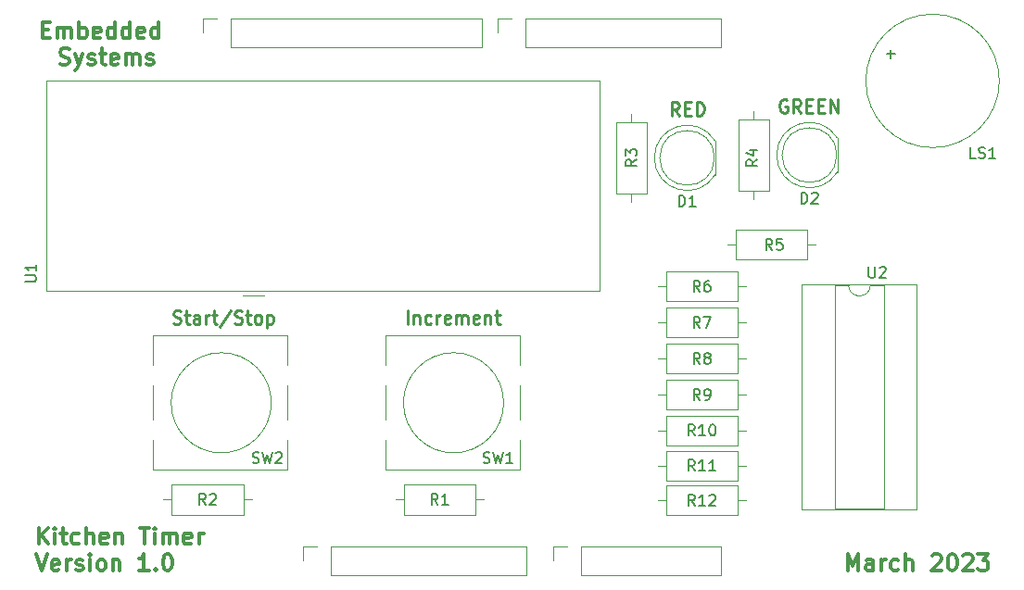
<source format=gbr>
%TF.GenerationSoftware,KiCad,Pcbnew,7.0.1*%
%TF.CreationDate,2023-03-28T15:09:56-06:00*%
%TF.ProjectId,Phase_A_UnoShield,50686173-655f-4415-9f55-6e6f53686965,1.0*%
%TF.SameCoordinates,Original*%
%TF.FileFunction,Legend,Top*%
%TF.FilePolarity,Positive*%
%FSLAX46Y46*%
G04 Gerber Fmt 4.6, Leading zero omitted, Abs format (unit mm)*
G04 Created by KiCad (PCBNEW 7.0.1) date 2023-03-28 15:09:56*
%MOMM*%
%LPD*%
G01*
G04 APERTURE LIST*
%ADD10C,0.240000*%
%ADD11C,0.300000*%
%ADD12C,0.150000*%
%ADD13C,0.120000*%
G04 APERTURE END LIST*
D10*
X114782571Y-75742000D02*
X114954000Y-75799142D01*
X114954000Y-75799142D02*
X115239714Y-75799142D01*
X115239714Y-75799142D02*
X115354000Y-75742000D01*
X115354000Y-75742000D02*
X115411142Y-75684857D01*
X115411142Y-75684857D02*
X115468285Y-75570571D01*
X115468285Y-75570571D02*
X115468285Y-75456285D01*
X115468285Y-75456285D02*
X115411142Y-75342000D01*
X115411142Y-75342000D02*
X115354000Y-75284857D01*
X115354000Y-75284857D02*
X115239714Y-75227714D01*
X115239714Y-75227714D02*
X115011142Y-75170571D01*
X115011142Y-75170571D02*
X114896857Y-75113428D01*
X114896857Y-75113428D02*
X114839714Y-75056285D01*
X114839714Y-75056285D02*
X114782571Y-74942000D01*
X114782571Y-74942000D02*
X114782571Y-74827714D01*
X114782571Y-74827714D02*
X114839714Y-74713428D01*
X114839714Y-74713428D02*
X114896857Y-74656285D01*
X114896857Y-74656285D02*
X115011142Y-74599142D01*
X115011142Y-74599142D02*
X115296857Y-74599142D01*
X115296857Y-74599142D02*
X115468285Y-74656285D01*
X115811142Y-74999142D02*
X116268285Y-74999142D01*
X115982571Y-74599142D02*
X115982571Y-75627714D01*
X115982571Y-75627714D02*
X116039714Y-75742000D01*
X116039714Y-75742000D02*
X116153999Y-75799142D01*
X116153999Y-75799142D02*
X116268285Y-75799142D01*
X117182571Y-75799142D02*
X117182571Y-75170571D01*
X117182571Y-75170571D02*
X117125428Y-75056285D01*
X117125428Y-75056285D02*
X117011142Y-74999142D01*
X117011142Y-74999142D02*
X116782571Y-74999142D01*
X116782571Y-74999142D02*
X116668285Y-75056285D01*
X117182571Y-75742000D02*
X117068285Y-75799142D01*
X117068285Y-75799142D02*
X116782571Y-75799142D01*
X116782571Y-75799142D02*
X116668285Y-75742000D01*
X116668285Y-75742000D02*
X116611142Y-75627714D01*
X116611142Y-75627714D02*
X116611142Y-75513428D01*
X116611142Y-75513428D02*
X116668285Y-75399142D01*
X116668285Y-75399142D02*
X116782571Y-75342000D01*
X116782571Y-75342000D02*
X117068285Y-75342000D01*
X117068285Y-75342000D02*
X117182571Y-75284857D01*
X117753999Y-75799142D02*
X117753999Y-74999142D01*
X117753999Y-75227714D02*
X117811142Y-75113428D01*
X117811142Y-75113428D02*
X117868285Y-75056285D01*
X117868285Y-75056285D02*
X117982570Y-74999142D01*
X117982570Y-74999142D02*
X118096856Y-74999142D01*
X118325427Y-74999142D02*
X118782570Y-74999142D01*
X118496856Y-74599142D02*
X118496856Y-75627714D01*
X118496856Y-75627714D02*
X118553999Y-75742000D01*
X118553999Y-75742000D02*
X118668284Y-75799142D01*
X118668284Y-75799142D02*
X118782570Y-75799142D01*
X120039713Y-74542000D02*
X119011141Y-76084857D01*
X120382570Y-75742000D02*
X120553999Y-75799142D01*
X120553999Y-75799142D02*
X120839713Y-75799142D01*
X120839713Y-75799142D02*
X120953999Y-75742000D01*
X120953999Y-75742000D02*
X121011141Y-75684857D01*
X121011141Y-75684857D02*
X121068284Y-75570571D01*
X121068284Y-75570571D02*
X121068284Y-75456285D01*
X121068284Y-75456285D02*
X121011141Y-75342000D01*
X121011141Y-75342000D02*
X120953999Y-75284857D01*
X120953999Y-75284857D02*
X120839713Y-75227714D01*
X120839713Y-75227714D02*
X120611141Y-75170571D01*
X120611141Y-75170571D02*
X120496856Y-75113428D01*
X120496856Y-75113428D02*
X120439713Y-75056285D01*
X120439713Y-75056285D02*
X120382570Y-74942000D01*
X120382570Y-74942000D02*
X120382570Y-74827714D01*
X120382570Y-74827714D02*
X120439713Y-74713428D01*
X120439713Y-74713428D02*
X120496856Y-74656285D01*
X120496856Y-74656285D02*
X120611141Y-74599142D01*
X120611141Y-74599142D02*
X120896856Y-74599142D01*
X120896856Y-74599142D02*
X121068284Y-74656285D01*
X121411141Y-74999142D02*
X121868284Y-74999142D01*
X121582570Y-74599142D02*
X121582570Y-75627714D01*
X121582570Y-75627714D02*
X121639713Y-75742000D01*
X121639713Y-75742000D02*
X121753998Y-75799142D01*
X121753998Y-75799142D02*
X121868284Y-75799142D01*
X122439712Y-75799142D02*
X122325427Y-75742000D01*
X122325427Y-75742000D02*
X122268284Y-75684857D01*
X122268284Y-75684857D02*
X122211141Y-75570571D01*
X122211141Y-75570571D02*
X122211141Y-75227714D01*
X122211141Y-75227714D02*
X122268284Y-75113428D01*
X122268284Y-75113428D02*
X122325427Y-75056285D01*
X122325427Y-75056285D02*
X122439712Y-74999142D01*
X122439712Y-74999142D02*
X122611141Y-74999142D01*
X122611141Y-74999142D02*
X122725427Y-75056285D01*
X122725427Y-75056285D02*
X122782570Y-75113428D01*
X122782570Y-75113428D02*
X122839712Y-75227714D01*
X122839712Y-75227714D02*
X122839712Y-75570571D01*
X122839712Y-75570571D02*
X122782570Y-75684857D01*
X122782570Y-75684857D02*
X122725427Y-75742000D01*
X122725427Y-75742000D02*
X122611141Y-75799142D01*
X122611141Y-75799142D02*
X122439712Y-75799142D01*
X123353998Y-74999142D02*
X123353998Y-76199142D01*
X123353998Y-75056285D02*
X123468284Y-74999142D01*
X123468284Y-74999142D02*
X123696855Y-74999142D01*
X123696855Y-74999142D02*
X123811141Y-75056285D01*
X123811141Y-75056285D02*
X123868284Y-75113428D01*
X123868284Y-75113428D02*
X123925426Y-75227714D01*
X123925426Y-75227714D02*
X123925426Y-75570571D01*
X123925426Y-75570571D02*
X123868284Y-75684857D01*
X123868284Y-75684857D02*
X123811141Y-75742000D01*
X123811141Y-75742000D02*
X123696855Y-75799142D01*
X123696855Y-75799142D02*
X123468284Y-75799142D01*
X123468284Y-75799142D02*
X123353998Y-75742000D01*
X136175714Y-75799142D02*
X136175714Y-74599142D01*
X136747143Y-74999142D02*
X136747143Y-75799142D01*
X136747143Y-75113428D02*
X136804286Y-75056285D01*
X136804286Y-75056285D02*
X136918571Y-74999142D01*
X136918571Y-74999142D02*
X137090000Y-74999142D01*
X137090000Y-74999142D02*
X137204286Y-75056285D01*
X137204286Y-75056285D02*
X137261429Y-75170571D01*
X137261429Y-75170571D02*
X137261429Y-75799142D01*
X138347143Y-75742000D02*
X138232857Y-75799142D01*
X138232857Y-75799142D02*
X138004285Y-75799142D01*
X138004285Y-75799142D02*
X137890000Y-75742000D01*
X137890000Y-75742000D02*
X137832857Y-75684857D01*
X137832857Y-75684857D02*
X137775714Y-75570571D01*
X137775714Y-75570571D02*
X137775714Y-75227714D01*
X137775714Y-75227714D02*
X137832857Y-75113428D01*
X137832857Y-75113428D02*
X137890000Y-75056285D01*
X137890000Y-75056285D02*
X138004285Y-74999142D01*
X138004285Y-74999142D02*
X138232857Y-74999142D01*
X138232857Y-74999142D02*
X138347143Y-75056285D01*
X138861428Y-75799142D02*
X138861428Y-74999142D01*
X138861428Y-75227714D02*
X138918571Y-75113428D01*
X138918571Y-75113428D02*
X138975714Y-75056285D01*
X138975714Y-75056285D02*
X139089999Y-74999142D01*
X139089999Y-74999142D02*
X139204285Y-74999142D01*
X140061428Y-75742000D02*
X139947142Y-75799142D01*
X139947142Y-75799142D02*
X139718571Y-75799142D01*
X139718571Y-75799142D02*
X139604285Y-75742000D01*
X139604285Y-75742000D02*
X139547142Y-75627714D01*
X139547142Y-75627714D02*
X139547142Y-75170571D01*
X139547142Y-75170571D02*
X139604285Y-75056285D01*
X139604285Y-75056285D02*
X139718571Y-74999142D01*
X139718571Y-74999142D02*
X139947142Y-74999142D01*
X139947142Y-74999142D02*
X140061428Y-75056285D01*
X140061428Y-75056285D02*
X140118571Y-75170571D01*
X140118571Y-75170571D02*
X140118571Y-75284857D01*
X140118571Y-75284857D02*
X139547142Y-75399142D01*
X140632856Y-75799142D02*
X140632856Y-74999142D01*
X140632856Y-75113428D02*
X140689999Y-75056285D01*
X140689999Y-75056285D02*
X140804284Y-74999142D01*
X140804284Y-74999142D02*
X140975713Y-74999142D01*
X140975713Y-74999142D02*
X141089999Y-75056285D01*
X141089999Y-75056285D02*
X141147142Y-75170571D01*
X141147142Y-75170571D02*
X141147142Y-75799142D01*
X141147142Y-75170571D02*
X141204284Y-75056285D01*
X141204284Y-75056285D02*
X141318570Y-74999142D01*
X141318570Y-74999142D02*
X141489999Y-74999142D01*
X141489999Y-74999142D02*
X141604284Y-75056285D01*
X141604284Y-75056285D02*
X141661427Y-75170571D01*
X141661427Y-75170571D02*
X141661427Y-75799142D01*
X142689999Y-75742000D02*
X142575713Y-75799142D01*
X142575713Y-75799142D02*
X142347142Y-75799142D01*
X142347142Y-75799142D02*
X142232856Y-75742000D01*
X142232856Y-75742000D02*
X142175713Y-75627714D01*
X142175713Y-75627714D02*
X142175713Y-75170571D01*
X142175713Y-75170571D02*
X142232856Y-75056285D01*
X142232856Y-75056285D02*
X142347142Y-74999142D01*
X142347142Y-74999142D02*
X142575713Y-74999142D01*
X142575713Y-74999142D02*
X142689999Y-75056285D01*
X142689999Y-75056285D02*
X142747142Y-75170571D01*
X142747142Y-75170571D02*
X142747142Y-75284857D01*
X142747142Y-75284857D02*
X142175713Y-75399142D01*
X143261427Y-74999142D02*
X143261427Y-75799142D01*
X143261427Y-75113428D02*
X143318570Y-75056285D01*
X143318570Y-75056285D02*
X143432855Y-74999142D01*
X143432855Y-74999142D02*
X143604284Y-74999142D01*
X143604284Y-74999142D02*
X143718570Y-75056285D01*
X143718570Y-75056285D02*
X143775713Y-75170571D01*
X143775713Y-75170571D02*
X143775713Y-75799142D01*
X144175712Y-74999142D02*
X144632855Y-74999142D01*
X144347141Y-74599142D02*
X144347141Y-75627714D01*
X144347141Y-75627714D02*
X144404284Y-75742000D01*
X144404284Y-75742000D02*
X144518569Y-75799142D01*
X144518569Y-75799142D02*
X144632855Y-75799142D01*
D11*
X102465142Y-95938428D02*
X102465142Y-94438428D01*
X103322285Y-95938428D02*
X102679428Y-95081285D01*
X103322285Y-94438428D02*
X102465142Y-95295571D01*
X103965142Y-95938428D02*
X103965142Y-94938428D01*
X103965142Y-94438428D02*
X103893714Y-94509857D01*
X103893714Y-94509857D02*
X103965142Y-94581285D01*
X103965142Y-94581285D02*
X104036571Y-94509857D01*
X104036571Y-94509857D02*
X103965142Y-94438428D01*
X103965142Y-94438428D02*
X103965142Y-94581285D01*
X104465143Y-94938428D02*
X105036571Y-94938428D01*
X104679428Y-94438428D02*
X104679428Y-95724142D01*
X104679428Y-95724142D02*
X104750857Y-95867000D01*
X104750857Y-95867000D02*
X104893714Y-95938428D01*
X104893714Y-95938428D02*
X105036571Y-95938428D01*
X106179429Y-95867000D02*
X106036571Y-95938428D01*
X106036571Y-95938428D02*
X105750857Y-95938428D01*
X105750857Y-95938428D02*
X105608000Y-95867000D01*
X105608000Y-95867000D02*
X105536571Y-95795571D01*
X105536571Y-95795571D02*
X105465143Y-95652714D01*
X105465143Y-95652714D02*
X105465143Y-95224142D01*
X105465143Y-95224142D02*
X105536571Y-95081285D01*
X105536571Y-95081285D02*
X105608000Y-95009857D01*
X105608000Y-95009857D02*
X105750857Y-94938428D01*
X105750857Y-94938428D02*
X106036571Y-94938428D01*
X106036571Y-94938428D02*
X106179429Y-95009857D01*
X106822285Y-95938428D02*
X106822285Y-94438428D01*
X107465143Y-95938428D02*
X107465143Y-95152714D01*
X107465143Y-95152714D02*
X107393714Y-95009857D01*
X107393714Y-95009857D02*
X107250857Y-94938428D01*
X107250857Y-94938428D02*
X107036571Y-94938428D01*
X107036571Y-94938428D02*
X106893714Y-95009857D01*
X106893714Y-95009857D02*
X106822285Y-95081285D01*
X108750857Y-95867000D02*
X108608000Y-95938428D01*
X108608000Y-95938428D02*
X108322286Y-95938428D01*
X108322286Y-95938428D02*
X108179428Y-95867000D01*
X108179428Y-95867000D02*
X108108000Y-95724142D01*
X108108000Y-95724142D02*
X108108000Y-95152714D01*
X108108000Y-95152714D02*
X108179428Y-95009857D01*
X108179428Y-95009857D02*
X108322286Y-94938428D01*
X108322286Y-94938428D02*
X108608000Y-94938428D01*
X108608000Y-94938428D02*
X108750857Y-95009857D01*
X108750857Y-95009857D02*
X108822286Y-95152714D01*
X108822286Y-95152714D02*
X108822286Y-95295571D01*
X108822286Y-95295571D02*
X108108000Y-95438428D01*
X109465142Y-94938428D02*
X109465142Y-95938428D01*
X109465142Y-95081285D02*
X109536571Y-95009857D01*
X109536571Y-95009857D02*
X109679428Y-94938428D01*
X109679428Y-94938428D02*
X109893714Y-94938428D01*
X109893714Y-94938428D02*
X110036571Y-95009857D01*
X110036571Y-95009857D02*
X110108000Y-95152714D01*
X110108000Y-95152714D02*
X110108000Y-95938428D01*
X111750857Y-94438428D02*
X112608000Y-94438428D01*
X112179428Y-95938428D02*
X112179428Y-94438428D01*
X113107999Y-95938428D02*
X113107999Y-94938428D01*
X113107999Y-94438428D02*
X113036571Y-94509857D01*
X113036571Y-94509857D02*
X113107999Y-94581285D01*
X113107999Y-94581285D02*
X113179428Y-94509857D01*
X113179428Y-94509857D02*
X113107999Y-94438428D01*
X113107999Y-94438428D02*
X113107999Y-94581285D01*
X113822285Y-95938428D02*
X113822285Y-94938428D01*
X113822285Y-95081285D02*
X113893714Y-95009857D01*
X113893714Y-95009857D02*
X114036571Y-94938428D01*
X114036571Y-94938428D02*
X114250857Y-94938428D01*
X114250857Y-94938428D02*
X114393714Y-95009857D01*
X114393714Y-95009857D02*
X114465143Y-95152714D01*
X114465143Y-95152714D02*
X114465143Y-95938428D01*
X114465143Y-95152714D02*
X114536571Y-95009857D01*
X114536571Y-95009857D02*
X114679428Y-94938428D01*
X114679428Y-94938428D02*
X114893714Y-94938428D01*
X114893714Y-94938428D02*
X115036571Y-95009857D01*
X115036571Y-95009857D02*
X115108000Y-95152714D01*
X115108000Y-95152714D02*
X115108000Y-95938428D01*
X116393714Y-95867000D02*
X116250857Y-95938428D01*
X116250857Y-95938428D02*
X115965143Y-95938428D01*
X115965143Y-95938428D02*
X115822285Y-95867000D01*
X115822285Y-95867000D02*
X115750857Y-95724142D01*
X115750857Y-95724142D02*
X115750857Y-95152714D01*
X115750857Y-95152714D02*
X115822285Y-95009857D01*
X115822285Y-95009857D02*
X115965143Y-94938428D01*
X115965143Y-94938428D02*
X116250857Y-94938428D01*
X116250857Y-94938428D02*
X116393714Y-95009857D01*
X116393714Y-95009857D02*
X116465143Y-95152714D01*
X116465143Y-95152714D02*
X116465143Y-95295571D01*
X116465143Y-95295571D02*
X115750857Y-95438428D01*
X117107999Y-95938428D02*
X117107999Y-94938428D01*
X117107999Y-95224142D02*
X117179428Y-95081285D01*
X117179428Y-95081285D02*
X117250857Y-95009857D01*
X117250857Y-95009857D02*
X117393714Y-94938428D01*
X117393714Y-94938428D02*
X117536571Y-94938428D01*
X102250857Y-96868428D02*
X102750857Y-98368428D01*
X102750857Y-98368428D02*
X103250857Y-96868428D01*
X104322285Y-98297000D02*
X104179428Y-98368428D01*
X104179428Y-98368428D02*
X103893714Y-98368428D01*
X103893714Y-98368428D02*
X103750856Y-98297000D01*
X103750856Y-98297000D02*
X103679428Y-98154142D01*
X103679428Y-98154142D02*
X103679428Y-97582714D01*
X103679428Y-97582714D02*
X103750856Y-97439857D01*
X103750856Y-97439857D02*
X103893714Y-97368428D01*
X103893714Y-97368428D02*
X104179428Y-97368428D01*
X104179428Y-97368428D02*
X104322285Y-97439857D01*
X104322285Y-97439857D02*
X104393714Y-97582714D01*
X104393714Y-97582714D02*
X104393714Y-97725571D01*
X104393714Y-97725571D02*
X103679428Y-97868428D01*
X105036570Y-98368428D02*
X105036570Y-97368428D01*
X105036570Y-97654142D02*
X105107999Y-97511285D01*
X105107999Y-97511285D02*
X105179428Y-97439857D01*
X105179428Y-97439857D02*
X105322285Y-97368428D01*
X105322285Y-97368428D02*
X105465142Y-97368428D01*
X105893713Y-98297000D02*
X106036570Y-98368428D01*
X106036570Y-98368428D02*
X106322284Y-98368428D01*
X106322284Y-98368428D02*
X106465141Y-98297000D01*
X106465141Y-98297000D02*
X106536570Y-98154142D01*
X106536570Y-98154142D02*
X106536570Y-98082714D01*
X106536570Y-98082714D02*
X106465141Y-97939857D01*
X106465141Y-97939857D02*
X106322284Y-97868428D01*
X106322284Y-97868428D02*
X106107999Y-97868428D01*
X106107999Y-97868428D02*
X105965141Y-97797000D01*
X105965141Y-97797000D02*
X105893713Y-97654142D01*
X105893713Y-97654142D02*
X105893713Y-97582714D01*
X105893713Y-97582714D02*
X105965141Y-97439857D01*
X105965141Y-97439857D02*
X106107999Y-97368428D01*
X106107999Y-97368428D02*
X106322284Y-97368428D01*
X106322284Y-97368428D02*
X106465141Y-97439857D01*
X107179427Y-98368428D02*
X107179427Y-97368428D01*
X107179427Y-96868428D02*
X107107999Y-96939857D01*
X107107999Y-96939857D02*
X107179427Y-97011285D01*
X107179427Y-97011285D02*
X107250856Y-96939857D01*
X107250856Y-96939857D02*
X107179427Y-96868428D01*
X107179427Y-96868428D02*
X107179427Y-97011285D01*
X108107999Y-98368428D02*
X107965142Y-98297000D01*
X107965142Y-98297000D02*
X107893713Y-98225571D01*
X107893713Y-98225571D02*
X107822285Y-98082714D01*
X107822285Y-98082714D02*
X107822285Y-97654142D01*
X107822285Y-97654142D02*
X107893713Y-97511285D01*
X107893713Y-97511285D02*
X107965142Y-97439857D01*
X107965142Y-97439857D02*
X108107999Y-97368428D01*
X108107999Y-97368428D02*
X108322285Y-97368428D01*
X108322285Y-97368428D02*
X108465142Y-97439857D01*
X108465142Y-97439857D02*
X108536571Y-97511285D01*
X108536571Y-97511285D02*
X108607999Y-97654142D01*
X108607999Y-97654142D02*
X108607999Y-98082714D01*
X108607999Y-98082714D02*
X108536571Y-98225571D01*
X108536571Y-98225571D02*
X108465142Y-98297000D01*
X108465142Y-98297000D02*
X108322285Y-98368428D01*
X108322285Y-98368428D02*
X108107999Y-98368428D01*
X109250856Y-97368428D02*
X109250856Y-98368428D01*
X109250856Y-97511285D02*
X109322285Y-97439857D01*
X109322285Y-97439857D02*
X109465142Y-97368428D01*
X109465142Y-97368428D02*
X109679428Y-97368428D01*
X109679428Y-97368428D02*
X109822285Y-97439857D01*
X109822285Y-97439857D02*
X109893714Y-97582714D01*
X109893714Y-97582714D02*
X109893714Y-98368428D01*
X112536571Y-98368428D02*
X111679428Y-98368428D01*
X112107999Y-98368428D02*
X112107999Y-96868428D01*
X112107999Y-96868428D02*
X111965142Y-97082714D01*
X111965142Y-97082714D02*
X111822285Y-97225571D01*
X111822285Y-97225571D02*
X111679428Y-97297000D01*
X113179427Y-98225571D02*
X113250856Y-98297000D01*
X113250856Y-98297000D02*
X113179427Y-98368428D01*
X113179427Y-98368428D02*
X113107999Y-98297000D01*
X113107999Y-98297000D02*
X113179427Y-98225571D01*
X113179427Y-98225571D02*
X113179427Y-98368428D01*
X114179428Y-96868428D02*
X114322285Y-96868428D01*
X114322285Y-96868428D02*
X114465142Y-96939857D01*
X114465142Y-96939857D02*
X114536571Y-97011285D01*
X114536571Y-97011285D02*
X114607999Y-97154142D01*
X114607999Y-97154142D02*
X114679428Y-97439857D01*
X114679428Y-97439857D02*
X114679428Y-97797000D01*
X114679428Y-97797000D02*
X114607999Y-98082714D01*
X114607999Y-98082714D02*
X114536571Y-98225571D01*
X114536571Y-98225571D02*
X114465142Y-98297000D01*
X114465142Y-98297000D02*
X114322285Y-98368428D01*
X114322285Y-98368428D02*
X114179428Y-98368428D01*
X114179428Y-98368428D02*
X114036571Y-98297000D01*
X114036571Y-98297000D02*
X113965142Y-98225571D01*
X113965142Y-98225571D02*
X113893713Y-98082714D01*
X113893713Y-98082714D02*
X113822285Y-97797000D01*
X113822285Y-97797000D02*
X113822285Y-97439857D01*
X113822285Y-97439857D02*
X113893713Y-97154142D01*
X113893713Y-97154142D02*
X113965142Y-97011285D01*
X113965142Y-97011285D02*
X114036571Y-96939857D01*
X114036571Y-96939857D02*
X114179428Y-96868428D01*
X176379142Y-98368428D02*
X176379142Y-96868428D01*
X176379142Y-96868428D02*
X176879142Y-97939857D01*
X176879142Y-97939857D02*
X177379142Y-96868428D01*
X177379142Y-96868428D02*
X177379142Y-98368428D01*
X178736286Y-98368428D02*
X178736286Y-97582714D01*
X178736286Y-97582714D02*
X178664857Y-97439857D01*
X178664857Y-97439857D02*
X178522000Y-97368428D01*
X178522000Y-97368428D02*
X178236286Y-97368428D01*
X178236286Y-97368428D02*
X178093428Y-97439857D01*
X178736286Y-98297000D02*
X178593428Y-98368428D01*
X178593428Y-98368428D02*
X178236286Y-98368428D01*
X178236286Y-98368428D02*
X178093428Y-98297000D01*
X178093428Y-98297000D02*
X178022000Y-98154142D01*
X178022000Y-98154142D02*
X178022000Y-98011285D01*
X178022000Y-98011285D02*
X178093428Y-97868428D01*
X178093428Y-97868428D02*
X178236286Y-97797000D01*
X178236286Y-97797000D02*
X178593428Y-97797000D01*
X178593428Y-97797000D02*
X178736286Y-97725571D01*
X179450571Y-98368428D02*
X179450571Y-97368428D01*
X179450571Y-97654142D02*
X179522000Y-97511285D01*
X179522000Y-97511285D02*
X179593429Y-97439857D01*
X179593429Y-97439857D02*
X179736286Y-97368428D01*
X179736286Y-97368428D02*
X179879143Y-97368428D01*
X181022000Y-98297000D02*
X180879142Y-98368428D01*
X180879142Y-98368428D02*
X180593428Y-98368428D01*
X180593428Y-98368428D02*
X180450571Y-98297000D01*
X180450571Y-98297000D02*
X180379142Y-98225571D01*
X180379142Y-98225571D02*
X180307714Y-98082714D01*
X180307714Y-98082714D02*
X180307714Y-97654142D01*
X180307714Y-97654142D02*
X180379142Y-97511285D01*
X180379142Y-97511285D02*
X180450571Y-97439857D01*
X180450571Y-97439857D02*
X180593428Y-97368428D01*
X180593428Y-97368428D02*
X180879142Y-97368428D01*
X180879142Y-97368428D02*
X181022000Y-97439857D01*
X181664856Y-98368428D02*
X181664856Y-96868428D01*
X182307714Y-98368428D02*
X182307714Y-97582714D01*
X182307714Y-97582714D02*
X182236285Y-97439857D01*
X182236285Y-97439857D02*
X182093428Y-97368428D01*
X182093428Y-97368428D02*
X181879142Y-97368428D01*
X181879142Y-97368428D02*
X181736285Y-97439857D01*
X181736285Y-97439857D02*
X181664856Y-97511285D01*
X184093428Y-97011285D02*
X184164856Y-96939857D01*
X184164856Y-96939857D02*
X184307714Y-96868428D01*
X184307714Y-96868428D02*
X184664856Y-96868428D01*
X184664856Y-96868428D02*
X184807714Y-96939857D01*
X184807714Y-96939857D02*
X184879142Y-97011285D01*
X184879142Y-97011285D02*
X184950571Y-97154142D01*
X184950571Y-97154142D02*
X184950571Y-97297000D01*
X184950571Y-97297000D02*
X184879142Y-97511285D01*
X184879142Y-97511285D02*
X184021999Y-98368428D01*
X184021999Y-98368428D02*
X184950571Y-98368428D01*
X185879142Y-96868428D02*
X186021999Y-96868428D01*
X186021999Y-96868428D02*
X186164856Y-96939857D01*
X186164856Y-96939857D02*
X186236285Y-97011285D01*
X186236285Y-97011285D02*
X186307713Y-97154142D01*
X186307713Y-97154142D02*
X186379142Y-97439857D01*
X186379142Y-97439857D02*
X186379142Y-97797000D01*
X186379142Y-97797000D02*
X186307713Y-98082714D01*
X186307713Y-98082714D02*
X186236285Y-98225571D01*
X186236285Y-98225571D02*
X186164856Y-98297000D01*
X186164856Y-98297000D02*
X186021999Y-98368428D01*
X186021999Y-98368428D02*
X185879142Y-98368428D01*
X185879142Y-98368428D02*
X185736285Y-98297000D01*
X185736285Y-98297000D02*
X185664856Y-98225571D01*
X185664856Y-98225571D02*
X185593427Y-98082714D01*
X185593427Y-98082714D02*
X185521999Y-97797000D01*
X185521999Y-97797000D02*
X185521999Y-97439857D01*
X185521999Y-97439857D02*
X185593427Y-97154142D01*
X185593427Y-97154142D02*
X185664856Y-97011285D01*
X185664856Y-97011285D02*
X185736285Y-96939857D01*
X185736285Y-96939857D02*
X185879142Y-96868428D01*
X186950570Y-97011285D02*
X187021998Y-96939857D01*
X187021998Y-96939857D02*
X187164856Y-96868428D01*
X187164856Y-96868428D02*
X187521998Y-96868428D01*
X187521998Y-96868428D02*
X187664856Y-96939857D01*
X187664856Y-96939857D02*
X187736284Y-97011285D01*
X187736284Y-97011285D02*
X187807713Y-97154142D01*
X187807713Y-97154142D02*
X187807713Y-97297000D01*
X187807713Y-97297000D02*
X187736284Y-97511285D01*
X187736284Y-97511285D02*
X186879141Y-98368428D01*
X186879141Y-98368428D02*
X187807713Y-98368428D01*
X188307712Y-96868428D02*
X189236284Y-96868428D01*
X189236284Y-96868428D02*
X188736284Y-97439857D01*
X188736284Y-97439857D02*
X188950569Y-97439857D01*
X188950569Y-97439857D02*
X189093427Y-97511285D01*
X189093427Y-97511285D02*
X189164855Y-97582714D01*
X189164855Y-97582714D02*
X189236284Y-97725571D01*
X189236284Y-97725571D02*
X189236284Y-98082714D01*
X189236284Y-98082714D02*
X189164855Y-98225571D01*
X189164855Y-98225571D02*
X189093427Y-98297000D01*
X189093427Y-98297000D02*
X188950569Y-98368428D01*
X188950569Y-98368428D02*
X188521998Y-98368428D01*
X188521998Y-98368428D02*
X188379141Y-98297000D01*
X188379141Y-98297000D02*
X188307712Y-98225571D01*
X102819142Y-48924714D02*
X103319142Y-48924714D01*
X103533428Y-49710428D02*
X102819142Y-49710428D01*
X102819142Y-49710428D02*
X102819142Y-48210428D01*
X102819142Y-48210428D02*
X103533428Y-48210428D01*
X104176285Y-49710428D02*
X104176285Y-48710428D01*
X104176285Y-48853285D02*
X104247714Y-48781857D01*
X104247714Y-48781857D02*
X104390571Y-48710428D01*
X104390571Y-48710428D02*
X104604857Y-48710428D01*
X104604857Y-48710428D02*
X104747714Y-48781857D01*
X104747714Y-48781857D02*
X104819143Y-48924714D01*
X104819143Y-48924714D02*
X104819143Y-49710428D01*
X104819143Y-48924714D02*
X104890571Y-48781857D01*
X104890571Y-48781857D02*
X105033428Y-48710428D01*
X105033428Y-48710428D02*
X105247714Y-48710428D01*
X105247714Y-48710428D02*
X105390571Y-48781857D01*
X105390571Y-48781857D02*
X105462000Y-48924714D01*
X105462000Y-48924714D02*
X105462000Y-49710428D01*
X106176285Y-49710428D02*
X106176285Y-48210428D01*
X106176285Y-48781857D02*
X106319143Y-48710428D01*
X106319143Y-48710428D02*
X106604857Y-48710428D01*
X106604857Y-48710428D02*
X106747714Y-48781857D01*
X106747714Y-48781857D02*
X106819143Y-48853285D01*
X106819143Y-48853285D02*
X106890571Y-48996142D01*
X106890571Y-48996142D02*
X106890571Y-49424714D01*
X106890571Y-49424714D02*
X106819143Y-49567571D01*
X106819143Y-49567571D02*
X106747714Y-49639000D01*
X106747714Y-49639000D02*
X106604857Y-49710428D01*
X106604857Y-49710428D02*
X106319143Y-49710428D01*
X106319143Y-49710428D02*
X106176285Y-49639000D01*
X108104857Y-49639000D02*
X107962000Y-49710428D01*
X107962000Y-49710428D02*
X107676286Y-49710428D01*
X107676286Y-49710428D02*
X107533428Y-49639000D01*
X107533428Y-49639000D02*
X107462000Y-49496142D01*
X107462000Y-49496142D02*
X107462000Y-48924714D01*
X107462000Y-48924714D02*
X107533428Y-48781857D01*
X107533428Y-48781857D02*
X107676286Y-48710428D01*
X107676286Y-48710428D02*
X107962000Y-48710428D01*
X107962000Y-48710428D02*
X108104857Y-48781857D01*
X108104857Y-48781857D02*
X108176286Y-48924714D01*
X108176286Y-48924714D02*
X108176286Y-49067571D01*
X108176286Y-49067571D02*
X107462000Y-49210428D01*
X109462000Y-49710428D02*
X109462000Y-48210428D01*
X109462000Y-49639000D02*
X109319142Y-49710428D01*
X109319142Y-49710428D02*
X109033428Y-49710428D01*
X109033428Y-49710428D02*
X108890571Y-49639000D01*
X108890571Y-49639000D02*
X108819142Y-49567571D01*
X108819142Y-49567571D02*
X108747714Y-49424714D01*
X108747714Y-49424714D02*
X108747714Y-48996142D01*
X108747714Y-48996142D02*
X108819142Y-48853285D01*
X108819142Y-48853285D02*
X108890571Y-48781857D01*
X108890571Y-48781857D02*
X109033428Y-48710428D01*
X109033428Y-48710428D02*
X109319142Y-48710428D01*
X109319142Y-48710428D02*
X109462000Y-48781857D01*
X110819143Y-49710428D02*
X110819143Y-48210428D01*
X110819143Y-49639000D02*
X110676285Y-49710428D01*
X110676285Y-49710428D02*
X110390571Y-49710428D01*
X110390571Y-49710428D02*
X110247714Y-49639000D01*
X110247714Y-49639000D02*
X110176285Y-49567571D01*
X110176285Y-49567571D02*
X110104857Y-49424714D01*
X110104857Y-49424714D02*
X110104857Y-48996142D01*
X110104857Y-48996142D02*
X110176285Y-48853285D01*
X110176285Y-48853285D02*
X110247714Y-48781857D01*
X110247714Y-48781857D02*
X110390571Y-48710428D01*
X110390571Y-48710428D02*
X110676285Y-48710428D01*
X110676285Y-48710428D02*
X110819143Y-48781857D01*
X112104857Y-49639000D02*
X111962000Y-49710428D01*
X111962000Y-49710428D02*
X111676286Y-49710428D01*
X111676286Y-49710428D02*
X111533428Y-49639000D01*
X111533428Y-49639000D02*
X111462000Y-49496142D01*
X111462000Y-49496142D02*
X111462000Y-48924714D01*
X111462000Y-48924714D02*
X111533428Y-48781857D01*
X111533428Y-48781857D02*
X111676286Y-48710428D01*
X111676286Y-48710428D02*
X111962000Y-48710428D01*
X111962000Y-48710428D02*
X112104857Y-48781857D01*
X112104857Y-48781857D02*
X112176286Y-48924714D01*
X112176286Y-48924714D02*
X112176286Y-49067571D01*
X112176286Y-49067571D02*
X111462000Y-49210428D01*
X113462000Y-49710428D02*
X113462000Y-48210428D01*
X113462000Y-49639000D02*
X113319142Y-49710428D01*
X113319142Y-49710428D02*
X113033428Y-49710428D01*
X113033428Y-49710428D02*
X112890571Y-49639000D01*
X112890571Y-49639000D02*
X112819142Y-49567571D01*
X112819142Y-49567571D02*
X112747714Y-49424714D01*
X112747714Y-49424714D02*
X112747714Y-48996142D01*
X112747714Y-48996142D02*
X112819142Y-48853285D01*
X112819142Y-48853285D02*
X112890571Y-48781857D01*
X112890571Y-48781857D02*
X113033428Y-48710428D01*
X113033428Y-48710428D02*
X113319142Y-48710428D01*
X113319142Y-48710428D02*
X113462000Y-48781857D01*
X104426286Y-52069000D02*
X104640572Y-52140428D01*
X104640572Y-52140428D02*
X104997714Y-52140428D01*
X104997714Y-52140428D02*
X105140572Y-52069000D01*
X105140572Y-52069000D02*
X105212000Y-51997571D01*
X105212000Y-51997571D02*
X105283429Y-51854714D01*
X105283429Y-51854714D02*
X105283429Y-51711857D01*
X105283429Y-51711857D02*
X105212000Y-51569000D01*
X105212000Y-51569000D02*
X105140572Y-51497571D01*
X105140572Y-51497571D02*
X104997714Y-51426142D01*
X104997714Y-51426142D02*
X104712000Y-51354714D01*
X104712000Y-51354714D02*
X104569143Y-51283285D01*
X104569143Y-51283285D02*
X104497714Y-51211857D01*
X104497714Y-51211857D02*
X104426286Y-51069000D01*
X104426286Y-51069000D02*
X104426286Y-50926142D01*
X104426286Y-50926142D02*
X104497714Y-50783285D01*
X104497714Y-50783285D02*
X104569143Y-50711857D01*
X104569143Y-50711857D02*
X104712000Y-50640428D01*
X104712000Y-50640428D02*
X105069143Y-50640428D01*
X105069143Y-50640428D02*
X105283429Y-50711857D01*
X105783428Y-51140428D02*
X106140571Y-52140428D01*
X106497714Y-51140428D02*
X106140571Y-52140428D01*
X106140571Y-52140428D02*
X105997714Y-52497571D01*
X105997714Y-52497571D02*
X105926285Y-52569000D01*
X105926285Y-52569000D02*
X105783428Y-52640428D01*
X106997714Y-52069000D02*
X107140571Y-52140428D01*
X107140571Y-52140428D02*
X107426285Y-52140428D01*
X107426285Y-52140428D02*
X107569142Y-52069000D01*
X107569142Y-52069000D02*
X107640571Y-51926142D01*
X107640571Y-51926142D02*
X107640571Y-51854714D01*
X107640571Y-51854714D02*
X107569142Y-51711857D01*
X107569142Y-51711857D02*
X107426285Y-51640428D01*
X107426285Y-51640428D02*
X107212000Y-51640428D01*
X107212000Y-51640428D02*
X107069142Y-51569000D01*
X107069142Y-51569000D02*
X106997714Y-51426142D01*
X106997714Y-51426142D02*
X106997714Y-51354714D01*
X106997714Y-51354714D02*
X107069142Y-51211857D01*
X107069142Y-51211857D02*
X107212000Y-51140428D01*
X107212000Y-51140428D02*
X107426285Y-51140428D01*
X107426285Y-51140428D02*
X107569142Y-51211857D01*
X108069143Y-51140428D02*
X108640571Y-51140428D01*
X108283428Y-50640428D02*
X108283428Y-51926142D01*
X108283428Y-51926142D02*
X108354857Y-52069000D01*
X108354857Y-52069000D02*
X108497714Y-52140428D01*
X108497714Y-52140428D02*
X108640571Y-52140428D01*
X109712000Y-52069000D02*
X109569143Y-52140428D01*
X109569143Y-52140428D02*
X109283429Y-52140428D01*
X109283429Y-52140428D02*
X109140571Y-52069000D01*
X109140571Y-52069000D02*
X109069143Y-51926142D01*
X109069143Y-51926142D02*
X109069143Y-51354714D01*
X109069143Y-51354714D02*
X109140571Y-51211857D01*
X109140571Y-51211857D02*
X109283429Y-51140428D01*
X109283429Y-51140428D02*
X109569143Y-51140428D01*
X109569143Y-51140428D02*
X109712000Y-51211857D01*
X109712000Y-51211857D02*
X109783429Y-51354714D01*
X109783429Y-51354714D02*
X109783429Y-51497571D01*
X109783429Y-51497571D02*
X109069143Y-51640428D01*
X110426285Y-52140428D02*
X110426285Y-51140428D01*
X110426285Y-51283285D02*
X110497714Y-51211857D01*
X110497714Y-51211857D02*
X110640571Y-51140428D01*
X110640571Y-51140428D02*
X110854857Y-51140428D01*
X110854857Y-51140428D02*
X110997714Y-51211857D01*
X110997714Y-51211857D02*
X111069143Y-51354714D01*
X111069143Y-51354714D02*
X111069143Y-52140428D01*
X111069143Y-51354714D02*
X111140571Y-51211857D01*
X111140571Y-51211857D02*
X111283428Y-51140428D01*
X111283428Y-51140428D02*
X111497714Y-51140428D01*
X111497714Y-51140428D02*
X111640571Y-51211857D01*
X111640571Y-51211857D02*
X111712000Y-51354714D01*
X111712000Y-51354714D02*
X111712000Y-52140428D01*
X112354857Y-52069000D02*
X112497714Y-52140428D01*
X112497714Y-52140428D02*
X112783428Y-52140428D01*
X112783428Y-52140428D02*
X112926285Y-52069000D01*
X112926285Y-52069000D02*
X112997714Y-51926142D01*
X112997714Y-51926142D02*
X112997714Y-51854714D01*
X112997714Y-51854714D02*
X112926285Y-51711857D01*
X112926285Y-51711857D02*
X112783428Y-51640428D01*
X112783428Y-51640428D02*
X112569143Y-51640428D01*
X112569143Y-51640428D02*
X112426285Y-51569000D01*
X112426285Y-51569000D02*
X112354857Y-51426142D01*
X112354857Y-51426142D02*
X112354857Y-51354714D01*
X112354857Y-51354714D02*
X112426285Y-51211857D01*
X112426285Y-51211857D02*
X112569143Y-51140428D01*
X112569143Y-51140428D02*
X112783428Y-51140428D01*
X112783428Y-51140428D02*
X112926285Y-51211857D01*
D10*
X160991428Y-56749142D02*
X160591428Y-56177714D01*
X160305714Y-56749142D02*
X160305714Y-55549142D01*
X160305714Y-55549142D02*
X160762857Y-55549142D01*
X160762857Y-55549142D02*
X160877142Y-55606285D01*
X160877142Y-55606285D02*
X160934285Y-55663428D01*
X160934285Y-55663428D02*
X160991428Y-55777714D01*
X160991428Y-55777714D02*
X160991428Y-55949142D01*
X160991428Y-55949142D02*
X160934285Y-56063428D01*
X160934285Y-56063428D02*
X160877142Y-56120571D01*
X160877142Y-56120571D02*
X160762857Y-56177714D01*
X160762857Y-56177714D02*
X160305714Y-56177714D01*
X161505714Y-56120571D02*
X161905714Y-56120571D01*
X162077142Y-56749142D02*
X161505714Y-56749142D01*
X161505714Y-56749142D02*
X161505714Y-55549142D01*
X161505714Y-55549142D02*
X162077142Y-55549142D01*
X162591428Y-56749142D02*
X162591428Y-55549142D01*
X162591428Y-55549142D02*
X162877142Y-55549142D01*
X162877142Y-55549142D02*
X163048571Y-55606285D01*
X163048571Y-55606285D02*
X163162856Y-55720571D01*
X163162856Y-55720571D02*
X163219999Y-55834857D01*
X163219999Y-55834857D02*
X163277142Y-56063428D01*
X163277142Y-56063428D02*
X163277142Y-56234857D01*
X163277142Y-56234857D02*
X163219999Y-56463428D01*
X163219999Y-56463428D02*
X163162856Y-56577714D01*
X163162856Y-56577714D02*
X163048571Y-56692000D01*
X163048571Y-56692000D02*
X162877142Y-56749142D01*
X162877142Y-56749142D02*
X162591428Y-56749142D01*
X170840285Y-55352285D02*
X170726000Y-55295142D01*
X170726000Y-55295142D02*
X170554571Y-55295142D01*
X170554571Y-55295142D02*
X170383142Y-55352285D01*
X170383142Y-55352285D02*
X170268857Y-55466571D01*
X170268857Y-55466571D02*
X170211714Y-55580857D01*
X170211714Y-55580857D02*
X170154571Y-55809428D01*
X170154571Y-55809428D02*
X170154571Y-55980857D01*
X170154571Y-55980857D02*
X170211714Y-56209428D01*
X170211714Y-56209428D02*
X170268857Y-56323714D01*
X170268857Y-56323714D02*
X170383142Y-56438000D01*
X170383142Y-56438000D02*
X170554571Y-56495142D01*
X170554571Y-56495142D02*
X170668857Y-56495142D01*
X170668857Y-56495142D02*
X170840285Y-56438000D01*
X170840285Y-56438000D02*
X170897428Y-56380857D01*
X170897428Y-56380857D02*
X170897428Y-55980857D01*
X170897428Y-55980857D02*
X170668857Y-55980857D01*
X172097428Y-56495142D02*
X171697428Y-55923714D01*
X171411714Y-56495142D02*
X171411714Y-55295142D01*
X171411714Y-55295142D02*
X171868857Y-55295142D01*
X171868857Y-55295142D02*
X171983142Y-55352285D01*
X171983142Y-55352285D02*
X172040285Y-55409428D01*
X172040285Y-55409428D02*
X172097428Y-55523714D01*
X172097428Y-55523714D02*
X172097428Y-55695142D01*
X172097428Y-55695142D02*
X172040285Y-55809428D01*
X172040285Y-55809428D02*
X171983142Y-55866571D01*
X171983142Y-55866571D02*
X171868857Y-55923714D01*
X171868857Y-55923714D02*
X171411714Y-55923714D01*
X172611714Y-55866571D02*
X173011714Y-55866571D01*
X173183142Y-56495142D02*
X172611714Y-56495142D01*
X172611714Y-56495142D02*
X172611714Y-55295142D01*
X172611714Y-55295142D02*
X173183142Y-55295142D01*
X173697428Y-55866571D02*
X174097428Y-55866571D01*
X174268856Y-56495142D02*
X173697428Y-56495142D01*
X173697428Y-56495142D02*
X173697428Y-55295142D01*
X173697428Y-55295142D02*
X174268856Y-55295142D01*
X174783142Y-56495142D02*
X174783142Y-55295142D01*
X174783142Y-55295142D02*
X175468856Y-56495142D01*
X175468856Y-56495142D02*
X175468856Y-55295142D01*
D12*
%TO.C,LS1*%
X188079142Y-60660619D02*
X187602952Y-60660619D01*
X187602952Y-60660619D02*
X187602952Y-59660619D01*
X188364857Y-60613000D02*
X188507714Y-60660619D01*
X188507714Y-60660619D02*
X188745809Y-60660619D01*
X188745809Y-60660619D02*
X188841047Y-60613000D01*
X188841047Y-60613000D02*
X188888666Y-60565380D01*
X188888666Y-60565380D02*
X188936285Y-60470142D01*
X188936285Y-60470142D02*
X188936285Y-60374904D01*
X188936285Y-60374904D02*
X188888666Y-60279666D01*
X188888666Y-60279666D02*
X188841047Y-60232047D01*
X188841047Y-60232047D02*
X188745809Y-60184428D01*
X188745809Y-60184428D02*
X188555333Y-60136809D01*
X188555333Y-60136809D02*
X188460095Y-60089190D01*
X188460095Y-60089190D02*
X188412476Y-60041571D01*
X188412476Y-60041571D02*
X188364857Y-59946333D01*
X188364857Y-59946333D02*
X188364857Y-59851095D01*
X188364857Y-59851095D02*
X188412476Y-59755857D01*
X188412476Y-59755857D02*
X188460095Y-59708238D01*
X188460095Y-59708238D02*
X188555333Y-59660619D01*
X188555333Y-59660619D02*
X188793428Y-59660619D01*
X188793428Y-59660619D02*
X188936285Y-59708238D01*
X189888666Y-60660619D02*
X189317238Y-60660619D01*
X189602952Y-60660619D02*
X189602952Y-59660619D01*
X189602952Y-59660619D02*
X189507714Y-59803476D01*
X189507714Y-59803476D02*
X189412476Y-59898714D01*
X189412476Y-59898714D02*
X189317238Y-59946333D01*
X179959048Y-51135666D02*
X180720953Y-51135666D01*
X180340000Y-51516619D02*
X180340000Y-50754714D01*
%TO.C,R3*%
X157099619Y-60796666D02*
X156623428Y-61129999D01*
X157099619Y-61368094D02*
X156099619Y-61368094D01*
X156099619Y-61368094D02*
X156099619Y-60987142D01*
X156099619Y-60987142D02*
X156147238Y-60891904D01*
X156147238Y-60891904D02*
X156194857Y-60844285D01*
X156194857Y-60844285D02*
X156290095Y-60796666D01*
X156290095Y-60796666D02*
X156432952Y-60796666D01*
X156432952Y-60796666D02*
X156528190Y-60844285D01*
X156528190Y-60844285D02*
X156575809Y-60891904D01*
X156575809Y-60891904D02*
X156623428Y-60987142D01*
X156623428Y-60987142D02*
X156623428Y-61368094D01*
X156099619Y-60463332D02*
X156099619Y-59844285D01*
X156099619Y-59844285D02*
X156480571Y-60177618D01*
X156480571Y-60177618D02*
X156480571Y-60034761D01*
X156480571Y-60034761D02*
X156528190Y-59939523D01*
X156528190Y-59939523D02*
X156575809Y-59891904D01*
X156575809Y-59891904D02*
X156671047Y-59844285D01*
X156671047Y-59844285D02*
X156909142Y-59844285D01*
X156909142Y-59844285D02*
X157004380Y-59891904D01*
X157004380Y-59891904D02*
X157052000Y-59939523D01*
X157052000Y-59939523D02*
X157099619Y-60034761D01*
X157099619Y-60034761D02*
X157099619Y-60320475D01*
X157099619Y-60320475D02*
X157052000Y-60415713D01*
X157052000Y-60415713D02*
X157004380Y-60463332D01*
%TO.C,R4*%
X168133619Y-60796666D02*
X167657428Y-61129999D01*
X168133619Y-61368094D02*
X167133619Y-61368094D01*
X167133619Y-61368094D02*
X167133619Y-60987142D01*
X167133619Y-60987142D02*
X167181238Y-60891904D01*
X167181238Y-60891904D02*
X167228857Y-60844285D01*
X167228857Y-60844285D02*
X167324095Y-60796666D01*
X167324095Y-60796666D02*
X167466952Y-60796666D01*
X167466952Y-60796666D02*
X167562190Y-60844285D01*
X167562190Y-60844285D02*
X167609809Y-60891904D01*
X167609809Y-60891904D02*
X167657428Y-60987142D01*
X167657428Y-60987142D02*
X167657428Y-61368094D01*
X167466952Y-59939523D02*
X168133619Y-59939523D01*
X167086000Y-60177618D02*
X167800285Y-60415713D01*
X167800285Y-60415713D02*
X167800285Y-59796666D01*
%TO.C,R2*%
X117740333Y-92334619D02*
X117407000Y-91858428D01*
X117168905Y-92334619D02*
X117168905Y-91334619D01*
X117168905Y-91334619D02*
X117549857Y-91334619D01*
X117549857Y-91334619D02*
X117645095Y-91382238D01*
X117645095Y-91382238D02*
X117692714Y-91429857D01*
X117692714Y-91429857D02*
X117740333Y-91525095D01*
X117740333Y-91525095D02*
X117740333Y-91667952D01*
X117740333Y-91667952D02*
X117692714Y-91763190D01*
X117692714Y-91763190D02*
X117645095Y-91810809D01*
X117645095Y-91810809D02*
X117549857Y-91858428D01*
X117549857Y-91858428D02*
X117168905Y-91858428D01*
X118121286Y-91429857D02*
X118168905Y-91382238D01*
X118168905Y-91382238D02*
X118264143Y-91334619D01*
X118264143Y-91334619D02*
X118502238Y-91334619D01*
X118502238Y-91334619D02*
X118597476Y-91382238D01*
X118597476Y-91382238D02*
X118645095Y-91429857D01*
X118645095Y-91429857D02*
X118692714Y-91525095D01*
X118692714Y-91525095D02*
X118692714Y-91620333D01*
X118692714Y-91620333D02*
X118645095Y-91763190D01*
X118645095Y-91763190D02*
X118073667Y-92334619D01*
X118073667Y-92334619D02*
X118692714Y-92334619D01*
%TO.C,SW1*%
X143116667Y-88477000D02*
X143259524Y-88524619D01*
X143259524Y-88524619D02*
X143497619Y-88524619D01*
X143497619Y-88524619D02*
X143592857Y-88477000D01*
X143592857Y-88477000D02*
X143640476Y-88429380D01*
X143640476Y-88429380D02*
X143688095Y-88334142D01*
X143688095Y-88334142D02*
X143688095Y-88238904D01*
X143688095Y-88238904D02*
X143640476Y-88143666D01*
X143640476Y-88143666D02*
X143592857Y-88096047D01*
X143592857Y-88096047D02*
X143497619Y-88048428D01*
X143497619Y-88048428D02*
X143307143Y-88000809D01*
X143307143Y-88000809D02*
X143211905Y-87953190D01*
X143211905Y-87953190D02*
X143164286Y-87905571D01*
X143164286Y-87905571D02*
X143116667Y-87810333D01*
X143116667Y-87810333D02*
X143116667Y-87715095D01*
X143116667Y-87715095D02*
X143164286Y-87619857D01*
X143164286Y-87619857D02*
X143211905Y-87572238D01*
X143211905Y-87572238D02*
X143307143Y-87524619D01*
X143307143Y-87524619D02*
X143545238Y-87524619D01*
X143545238Y-87524619D02*
X143688095Y-87572238D01*
X144021429Y-87524619D02*
X144259524Y-88524619D01*
X144259524Y-88524619D02*
X144450000Y-87810333D01*
X144450000Y-87810333D02*
X144640476Y-88524619D01*
X144640476Y-88524619D02*
X144878572Y-87524619D01*
X145783333Y-88524619D02*
X145211905Y-88524619D01*
X145497619Y-88524619D02*
X145497619Y-87524619D01*
X145497619Y-87524619D02*
X145402381Y-87667476D01*
X145402381Y-87667476D02*
X145307143Y-87762714D01*
X145307143Y-87762714D02*
X145211905Y-87810333D01*
%TO.C,D2*%
X172159905Y-64798619D02*
X172159905Y-63798619D01*
X172159905Y-63798619D02*
X172398000Y-63798619D01*
X172398000Y-63798619D02*
X172540857Y-63846238D01*
X172540857Y-63846238D02*
X172636095Y-63941476D01*
X172636095Y-63941476D02*
X172683714Y-64036714D01*
X172683714Y-64036714D02*
X172731333Y-64227190D01*
X172731333Y-64227190D02*
X172731333Y-64370047D01*
X172731333Y-64370047D02*
X172683714Y-64560523D01*
X172683714Y-64560523D02*
X172636095Y-64655761D01*
X172636095Y-64655761D02*
X172540857Y-64751000D01*
X172540857Y-64751000D02*
X172398000Y-64798619D01*
X172398000Y-64798619D02*
X172159905Y-64798619D01*
X173112286Y-63893857D02*
X173159905Y-63846238D01*
X173159905Y-63846238D02*
X173255143Y-63798619D01*
X173255143Y-63798619D02*
X173493238Y-63798619D01*
X173493238Y-63798619D02*
X173588476Y-63846238D01*
X173588476Y-63846238D02*
X173636095Y-63893857D01*
X173636095Y-63893857D02*
X173683714Y-63989095D01*
X173683714Y-63989095D02*
X173683714Y-64084333D01*
X173683714Y-64084333D02*
X173636095Y-64227190D01*
X173636095Y-64227190D02*
X173064667Y-64798619D01*
X173064667Y-64798619D02*
X173683714Y-64798619D01*
%TO.C,R1*%
X138949333Y-92334619D02*
X138616000Y-91858428D01*
X138377905Y-92334619D02*
X138377905Y-91334619D01*
X138377905Y-91334619D02*
X138758857Y-91334619D01*
X138758857Y-91334619D02*
X138854095Y-91382238D01*
X138854095Y-91382238D02*
X138901714Y-91429857D01*
X138901714Y-91429857D02*
X138949333Y-91525095D01*
X138949333Y-91525095D02*
X138949333Y-91667952D01*
X138949333Y-91667952D02*
X138901714Y-91763190D01*
X138901714Y-91763190D02*
X138854095Y-91810809D01*
X138854095Y-91810809D02*
X138758857Y-91858428D01*
X138758857Y-91858428D02*
X138377905Y-91858428D01*
X139901714Y-92334619D02*
X139330286Y-92334619D01*
X139616000Y-92334619D02*
X139616000Y-91334619D01*
X139616000Y-91334619D02*
X139520762Y-91477476D01*
X139520762Y-91477476D02*
X139425524Y-91572714D01*
X139425524Y-91572714D02*
X139330286Y-91620333D01*
%TO.C,R12*%
X162425142Y-92410619D02*
X162091809Y-91934428D01*
X161853714Y-92410619D02*
X161853714Y-91410619D01*
X161853714Y-91410619D02*
X162234666Y-91410619D01*
X162234666Y-91410619D02*
X162329904Y-91458238D01*
X162329904Y-91458238D02*
X162377523Y-91505857D01*
X162377523Y-91505857D02*
X162425142Y-91601095D01*
X162425142Y-91601095D02*
X162425142Y-91743952D01*
X162425142Y-91743952D02*
X162377523Y-91839190D01*
X162377523Y-91839190D02*
X162329904Y-91886809D01*
X162329904Y-91886809D02*
X162234666Y-91934428D01*
X162234666Y-91934428D02*
X161853714Y-91934428D01*
X163377523Y-92410619D02*
X162806095Y-92410619D01*
X163091809Y-92410619D02*
X163091809Y-91410619D01*
X163091809Y-91410619D02*
X162996571Y-91553476D01*
X162996571Y-91553476D02*
X162901333Y-91648714D01*
X162901333Y-91648714D02*
X162806095Y-91696333D01*
X163758476Y-91505857D02*
X163806095Y-91458238D01*
X163806095Y-91458238D02*
X163901333Y-91410619D01*
X163901333Y-91410619D02*
X164139428Y-91410619D01*
X164139428Y-91410619D02*
X164234666Y-91458238D01*
X164234666Y-91458238D02*
X164282285Y-91505857D01*
X164282285Y-91505857D02*
X164329904Y-91601095D01*
X164329904Y-91601095D02*
X164329904Y-91696333D01*
X164329904Y-91696333D02*
X164282285Y-91839190D01*
X164282285Y-91839190D02*
X163710857Y-92410619D01*
X163710857Y-92410619D02*
X164329904Y-92410619D01*
%TO.C,R10*%
X162425142Y-86009819D02*
X162091809Y-85533628D01*
X161853714Y-86009819D02*
X161853714Y-85009819D01*
X161853714Y-85009819D02*
X162234666Y-85009819D01*
X162234666Y-85009819D02*
X162329904Y-85057438D01*
X162329904Y-85057438D02*
X162377523Y-85105057D01*
X162377523Y-85105057D02*
X162425142Y-85200295D01*
X162425142Y-85200295D02*
X162425142Y-85343152D01*
X162425142Y-85343152D02*
X162377523Y-85438390D01*
X162377523Y-85438390D02*
X162329904Y-85486009D01*
X162329904Y-85486009D02*
X162234666Y-85533628D01*
X162234666Y-85533628D02*
X161853714Y-85533628D01*
X163377523Y-86009819D02*
X162806095Y-86009819D01*
X163091809Y-86009819D02*
X163091809Y-85009819D01*
X163091809Y-85009819D02*
X162996571Y-85152676D01*
X162996571Y-85152676D02*
X162901333Y-85247914D01*
X162901333Y-85247914D02*
X162806095Y-85295533D01*
X163996571Y-85009819D02*
X164091809Y-85009819D01*
X164091809Y-85009819D02*
X164187047Y-85057438D01*
X164187047Y-85057438D02*
X164234666Y-85105057D01*
X164234666Y-85105057D02*
X164282285Y-85200295D01*
X164282285Y-85200295D02*
X164329904Y-85390771D01*
X164329904Y-85390771D02*
X164329904Y-85628866D01*
X164329904Y-85628866D02*
X164282285Y-85819342D01*
X164282285Y-85819342D02*
X164234666Y-85914580D01*
X164234666Y-85914580D02*
X164187047Y-85962200D01*
X164187047Y-85962200D02*
X164091809Y-86009819D01*
X164091809Y-86009819D02*
X163996571Y-86009819D01*
X163996571Y-86009819D02*
X163901333Y-85962200D01*
X163901333Y-85962200D02*
X163853714Y-85914580D01*
X163853714Y-85914580D02*
X163806095Y-85819342D01*
X163806095Y-85819342D02*
X163758476Y-85628866D01*
X163758476Y-85628866D02*
X163758476Y-85390771D01*
X163758476Y-85390771D02*
X163806095Y-85200295D01*
X163806095Y-85200295D02*
X163853714Y-85105057D01*
X163853714Y-85105057D02*
X163901333Y-85057438D01*
X163901333Y-85057438D02*
X163996571Y-85009819D01*
%TO.C,R8*%
X162901333Y-79456619D02*
X162568000Y-78980428D01*
X162329905Y-79456619D02*
X162329905Y-78456619D01*
X162329905Y-78456619D02*
X162710857Y-78456619D01*
X162710857Y-78456619D02*
X162806095Y-78504238D01*
X162806095Y-78504238D02*
X162853714Y-78551857D01*
X162853714Y-78551857D02*
X162901333Y-78647095D01*
X162901333Y-78647095D02*
X162901333Y-78789952D01*
X162901333Y-78789952D02*
X162853714Y-78885190D01*
X162853714Y-78885190D02*
X162806095Y-78932809D01*
X162806095Y-78932809D02*
X162710857Y-78980428D01*
X162710857Y-78980428D02*
X162329905Y-78980428D01*
X163472762Y-78885190D02*
X163377524Y-78837571D01*
X163377524Y-78837571D02*
X163329905Y-78789952D01*
X163329905Y-78789952D02*
X163282286Y-78694714D01*
X163282286Y-78694714D02*
X163282286Y-78647095D01*
X163282286Y-78647095D02*
X163329905Y-78551857D01*
X163329905Y-78551857D02*
X163377524Y-78504238D01*
X163377524Y-78504238D02*
X163472762Y-78456619D01*
X163472762Y-78456619D02*
X163663238Y-78456619D01*
X163663238Y-78456619D02*
X163758476Y-78504238D01*
X163758476Y-78504238D02*
X163806095Y-78551857D01*
X163806095Y-78551857D02*
X163853714Y-78647095D01*
X163853714Y-78647095D02*
X163853714Y-78694714D01*
X163853714Y-78694714D02*
X163806095Y-78789952D01*
X163806095Y-78789952D02*
X163758476Y-78837571D01*
X163758476Y-78837571D02*
X163663238Y-78885190D01*
X163663238Y-78885190D02*
X163472762Y-78885190D01*
X163472762Y-78885190D02*
X163377524Y-78932809D01*
X163377524Y-78932809D02*
X163329905Y-78980428D01*
X163329905Y-78980428D02*
X163282286Y-79075666D01*
X163282286Y-79075666D02*
X163282286Y-79266142D01*
X163282286Y-79266142D02*
X163329905Y-79361380D01*
X163329905Y-79361380D02*
X163377524Y-79409000D01*
X163377524Y-79409000D02*
X163472762Y-79456619D01*
X163472762Y-79456619D02*
X163663238Y-79456619D01*
X163663238Y-79456619D02*
X163758476Y-79409000D01*
X163758476Y-79409000D02*
X163806095Y-79361380D01*
X163806095Y-79361380D02*
X163853714Y-79266142D01*
X163853714Y-79266142D02*
X163853714Y-79075666D01*
X163853714Y-79075666D02*
X163806095Y-78980428D01*
X163806095Y-78980428D02*
X163758476Y-78932809D01*
X163758476Y-78932809D02*
X163663238Y-78885190D01*
%TO.C,SW2*%
X122034667Y-88477000D02*
X122177524Y-88524619D01*
X122177524Y-88524619D02*
X122415619Y-88524619D01*
X122415619Y-88524619D02*
X122510857Y-88477000D01*
X122510857Y-88477000D02*
X122558476Y-88429380D01*
X122558476Y-88429380D02*
X122606095Y-88334142D01*
X122606095Y-88334142D02*
X122606095Y-88238904D01*
X122606095Y-88238904D02*
X122558476Y-88143666D01*
X122558476Y-88143666D02*
X122510857Y-88096047D01*
X122510857Y-88096047D02*
X122415619Y-88048428D01*
X122415619Y-88048428D02*
X122225143Y-88000809D01*
X122225143Y-88000809D02*
X122129905Y-87953190D01*
X122129905Y-87953190D02*
X122082286Y-87905571D01*
X122082286Y-87905571D02*
X122034667Y-87810333D01*
X122034667Y-87810333D02*
X122034667Y-87715095D01*
X122034667Y-87715095D02*
X122082286Y-87619857D01*
X122082286Y-87619857D02*
X122129905Y-87572238D01*
X122129905Y-87572238D02*
X122225143Y-87524619D01*
X122225143Y-87524619D02*
X122463238Y-87524619D01*
X122463238Y-87524619D02*
X122606095Y-87572238D01*
X122939429Y-87524619D02*
X123177524Y-88524619D01*
X123177524Y-88524619D02*
X123368000Y-87810333D01*
X123368000Y-87810333D02*
X123558476Y-88524619D01*
X123558476Y-88524619D02*
X123796572Y-87524619D01*
X124129905Y-87619857D02*
X124177524Y-87572238D01*
X124177524Y-87572238D02*
X124272762Y-87524619D01*
X124272762Y-87524619D02*
X124510857Y-87524619D01*
X124510857Y-87524619D02*
X124606095Y-87572238D01*
X124606095Y-87572238D02*
X124653714Y-87619857D01*
X124653714Y-87619857D02*
X124701333Y-87715095D01*
X124701333Y-87715095D02*
X124701333Y-87810333D01*
X124701333Y-87810333D02*
X124653714Y-87953190D01*
X124653714Y-87953190D02*
X124082286Y-88524619D01*
X124082286Y-88524619D02*
X124701333Y-88524619D01*
%TO.C,D1*%
X160983905Y-65052619D02*
X160983905Y-64052619D01*
X160983905Y-64052619D02*
X161222000Y-64052619D01*
X161222000Y-64052619D02*
X161364857Y-64100238D01*
X161364857Y-64100238D02*
X161460095Y-64195476D01*
X161460095Y-64195476D02*
X161507714Y-64290714D01*
X161507714Y-64290714D02*
X161555333Y-64481190D01*
X161555333Y-64481190D02*
X161555333Y-64624047D01*
X161555333Y-64624047D02*
X161507714Y-64814523D01*
X161507714Y-64814523D02*
X161460095Y-64909761D01*
X161460095Y-64909761D02*
X161364857Y-65005000D01*
X161364857Y-65005000D02*
X161222000Y-65052619D01*
X161222000Y-65052619D02*
X160983905Y-65052619D01*
X162507714Y-65052619D02*
X161936286Y-65052619D01*
X162222000Y-65052619D02*
X162222000Y-64052619D01*
X162222000Y-64052619D02*
X162126762Y-64195476D01*
X162126762Y-64195476D02*
X162031524Y-64290714D01*
X162031524Y-64290714D02*
X161936286Y-64338333D01*
%TO.C,R5*%
X169505333Y-69042619D02*
X169172000Y-68566428D01*
X168933905Y-69042619D02*
X168933905Y-68042619D01*
X168933905Y-68042619D02*
X169314857Y-68042619D01*
X169314857Y-68042619D02*
X169410095Y-68090238D01*
X169410095Y-68090238D02*
X169457714Y-68137857D01*
X169457714Y-68137857D02*
X169505333Y-68233095D01*
X169505333Y-68233095D02*
X169505333Y-68375952D01*
X169505333Y-68375952D02*
X169457714Y-68471190D01*
X169457714Y-68471190D02*
X169410095Y-68518809D01*
X169410095Y-68518809D02*
X169314857Y-68566428D01*
X169314857Y-68566428D02*
X168933905Y-68566428D01*
X170410095Y-68042619D02*
X169933905Y-68042619D01*
X169933905Y-68042619D02*
X169886286Y-68518809D01*
X169886286Y-68518809D02*
X169933905Y-68471190D01*
X169933905Y-68471190D02*
X170029143Y-68423571D01*
X170029143Y-68423571D02*
X170267238Y-68423571D01*
X170267238Y-68423571D02*
X170362476Y-68471190D01*
X170362476Y-68471190D02*
X170410095Y-68518809D01*
X170410095Y-68518809D02*
X170457714Y-68614047D01*
X170457714Y-68614047D02*
X170457714Y-68852142D01*
X170457714Y-68852142D02*
X170410095Y-68947380D01*
X170410095Y-68947380D02*
X170362476Y-68995000D01*
X170362476Y-68995000D02*
X170267238Y-69042619D01*
X170267238Y-69042619D02*
X170029143Y-69042619D01*
X170029143Y-69042619D02*
X169933905Y-68995000D01*
X169933905Y-68995000D02*
X169886286Y-68947380D01*
%TO.C,R7*%
X162901333Y-76154619D02*
X162568000Y-75678428D01*
X162329905Y-76154619D02*
X162329905Y-75154619D01*
X162329905Y-75154619D02*
X162710857Y-75154619D01*
X162710857Y-75154619D02*
X162806095Y-75202238D01*
X162806095Y-75202238D02*
X162853714Y-75249857D01*
X162853714Y-75249857D02*
X162901333Y-75345095D01*
X162901333Y-75345095D02*
X162901333Y-75487952D01*
X162901333Y-75487952D02*
X162853714Y-75583190D01*
X162853714Y-75583190D02*
X162806095Y-75630809D01*
X162806095Y-75630809D02*
X162710857Y-75678428D01*
X162710857Y-75678428D02*
X162329905Y-75678428D01*
X163234667Y-75154619D02*
X163901333Y-75154619D01*
X163901333Y-75154619D02*
X163472762Y-76154619D01*
%TO.C,U2*%
X178308095Y-70582619D02*
X178308095Y-71392142D01*
X178308095Y-71392142D02*
X178355714Y-71487380D01*
X178355714Y-71487380D02*
X178403333Y-71535000D01*
X178403333Y-71535000D02*
X178498571Y-71582619D01*
X178498571Y-71582619D02*
X178689047Y-71582619D01*
X178689047Y-71582619D02*
X178784285Y-71535000D01*
X178784285Y-71535000D02*
X178831904Y-71487380D01*
X178831904Y-71487380D02*
X178879523Y-71392142D01*
X178879523Y-71392142D02*
X178879523Y-70582619D01*
X179308095Y-70677857D02*
X179355714Y-70630238D01*
X179355714Y-70630238D02*
X179450952Y-70582619D01*
X179450952Y-70582619D02*
X179689047Y-70582619D01*
X179689047Y-70582619D02*
X179784285Y-70630238D01*
X179784285Y-70630238D02*
X179831904Y-70677857D01*
X179831904Y-70677857D02*
X179879523Y-70773095D01*
X179879523Y-70773095D02*
X179879523Y-70868333D01*
X179879523Y-70868333D02*
X179831904Y-71011190D01*
X179831904Y-71011190D02*
X179260476Y-71582619D01*
X179260476Y-71582619D02*
X179879523Y-71582619D01*
%TO.C,R11*%
X162425142Y-89235619D02*
X162091809Y-88759428D01*
X161853714Y-89235619D02*
X161853714Y-88235619D01*
X161853714Y-88235619D02*
X162234666Y-88235619D01*
X162234666Y-88235619D02*
X162329904Y-88283238D01*
X162329904Y-88283238D02*
X162377523Y-88330857D01*
X162377523Y-88330857D02*
X162425142Y-88426095D01*
X162425142Y-88426095D02*
X162425142Y-88568952D01*
X162425142Y-88568952D02*
X162377523Y-88664190D01*
X162377523Y-88664190D02*
X162329904Y-88711809D01*
X162329904Y-88711809D02*
X162234666Y-88759428D01*
X162234666Y-88759428D02*
X161853714Y-88759428D01*
X163377523Y-89235619D02*
X162806095Y-89235619D01*
X163091809Y-89235619D02*
X163091809Y-88235619D01*
X163091809Y-88235619D02*
X162996571Y-88378476D01*
X162996571Y-88378476D02*
X162901333Y-88473714D01*
X162901333Y-88473714D02*
X162806095Y-88521333D01*
X164329904Y-89235619D02*
X163758476Y-89235619D01*
X164044190Y-89235619D02*
X164044190Y-88235619D01*
X164044190Y-88235619D02*
X163948952Y-88378476D01*
X163948952Y-88378476D02*
X163853714Y-88473714D01*
X163853714Y-88473714D02*
X163758476Y-88521333D01*
%TO.C,R6*%
X162901333Y-72852619D02*
X162568000Y-72376428D01*
X162329905Y-72852619D02*
X162329905Y-71852619D01*
X162329905Y-71852619D02*
X162710857Y-71852619D01*
X162710857Y-71852619D02*
X162806095Y-71900238D01*
X162806095Y-71900238D02*
X162853714Y-71947857D01*
X162853714Y-71947857D02*
X162901333Y-72043095D01*
X162901333Y-72043095D02*
X162901333Y-72185952D01*
X162901333Y-72185952D02*
X162853714Y-72281190D01*
X162853714Y-72281190D02*
X162806095Y-72328809D01*
X162806095Y-72328809D02*
X162710857Y-72376428D01*
X162710857Y-72376428D02*
X162329905Y-72376428D01*
X163758476Y-71852619D02*
X163568000Y-71852619D01*
X163568000Y-71852619D02*
X163472762Y-71900238D01*
X163472762Y-71900238D02*
X163425143Y-71947857D01*
X163425143Y-71947857D02*
X163329905Y-72090714D01*
X163329905Y-72090714D02*
X163282286Y-72281190D01*
X163282286Y-72281190D02*
X163282286Y-72662142D01*
X163282286Y-72662142D02*
X163329905Y-72757380D01*
X163329905Y-72757380D02*
X163377524Y-72805000D01*
X163377524Y-72805000D02*
X163472762Y-72852619D01*
X163472762Y-72852619D02*
X163663238Y-72852619D01*
X163663238Y-72852619D02*
X163758476Y-72805000D01*
X163758476Y-72805000D02*
X163806095Y-72757380D01*
X163806095Y-72757380D02*
X163853714Y-72662142D01*
X163853714Y-72662142D02*
X163853714Y-72424047D01*
X163853714Y-72424047D02*
X163806095Y-72328809D01*
X163806095Y-72328809D02*
X163758476Y-72281190D01*
X163758476Y-72281190D02*
X163663238Y-72233571D01*
X163663238Y-72233571D02*
X163472762Y-72233571D01*
X163472762Y-72233571D02*
X163377524Y-72281190D01*
X163377524Y-72281190D02*
X163329905Y-72328809D01*
X163329905Y-72328809D02*
X163282286Y-72424047D01*
%TO.C,R9*%
X162901333Y-82758619D02*
X162568000Y-82282428D01*
X162329905Y-82758619D02*
X162329905Y-81758619D01*
X162329905Y-81758619D02*
X162710857Y-81758619D01*
X162710857Y-81758619D02*
X162806095Y-81806238D01*
X162806095Y-81806238D02*
X162853714Y-81853857D01*
X162853714Y-81853857D02*
X162901333Y-81949095D01*
X162901333Y-81949095D02*
X162901333Y-82091952D01*
X162901333Y-82091952D02*
X162853714Y-82187190D01*
X162853714Y-82187190D02*
X162806095Y-82234809D01*
X162806095Y-82234809D02*
X162710857Y-82282428D01*
X162710857Y-82282428D02*
X162329905Y-82282428D01*
X163377524Y-82758619D02*
X163568000Y-82758619D01*
X163568000Y-82758619D02*
X163663238Y-82711000D01*
X163663238Y-82711000D02*
X163710857Y-82663380D01*
X163710857Y-82663380D02*
X163806095Y-82520523D01*
X163806095Y-82520523D02*
X163853714Y-82330047D01*
X163853714Y-82330047D02*
X163853714Y-81949095D01*
X163853714Y-81949095D02*
X163806095Y-81853857D01*
X163806095Y-81853857D02*
X163758476Y-81806238D01*
X163758476Y-81806238D02*
X163663238Y-81758619D01*
X163663238Y-81758619D02*
X163472762Y-81758619D01*
X163472762Y-81758619D02*
X163377524Y-81806238D01*
X163377524Y-81806238D02*
X163329905Y-81853857D01*
X163329905Y-81853857D02*
X163282286Y-81949095D01*
X163282286Y-81949095D02*
X163282286Y-82187190D01*
X163282286Y-82187190D02*
X163329905Y-82282428D01*
X163329905Y-82282428D02*
X163377524Y-82330047D01*
X163377524Y-82330047D02*
X163472762Y-82377666D01*
X163472762Y-82377666D02*
X163663238Y-82377666D01*
X163663238Y-82377666D02*
X163758476Y-82330047D01*
X163758476Y-82330047D02*
X163806095Y-82282428D01*
X163806095Y-82282428D02*
X163853714Y-82187190D01*
%TO.C,U1*%
X101250619Y-71951904D02*
X102060142Y-71951904D01*
X102060142Y-71951904D02*
X102155380Y-71904285D01*
X102155380Y-71904285D02*
X102203000Y-71856666D01*
X102203000Y-71856666D02*
X102250619Y-71761428D01*
X102250619Y-71761428D02*
X102250619Y-71570952D01*
X102250619Y-71570952D02*
X102203000Y-71475714D01*
X102203000Y-71475714D02*
X102155380Y-71428095D01*
X102155380Y-71428095D02*
X102060142Y-71380476D01*
X102060142Y-71380476D02*
X101250619Y-71380476D01*
X102250619Y-70380476D02*
X102250619Y-70951904D01*
X102250619Y-70666190D02*
X101250619Y-70666190D01*
X101250619Y-70666190D02*
X101393476Y-70761428D01*
X101393476Y-70761428D02*
X101488714Y-70856666D01*
X101488714Y-70856666D02*
X101536333Y-70951904D01*
D13*
%TO.C,J1*%
X129210000Y-98790000D02*
X147050000Y-98790000D01*
X129210000Y-98790000D02*
X129210000Y-96130000D01*
X147050000Y-98790000D02*
X147050000Y-96130000D01*
X126610000Y-97460000D02*
X126610000Y-96130000D01*
X126610000Y-96130000D02*
X127940000Y-96130000D01*
X129210000Y-96130000D02*
X147050000Y-96130000D01*
%TO.C,J3*%
X152070000Y-98790000D02*
X164830000Y-98790000D01*
X152070000Y-98790000D02*
X152070000Y-96130000D01*
X164830000Y-98790000D02*
X164830000Y-96130000D01*
X149470000Y-97460000D02*
X149470000Y-96130000D01*
X149470000Y-96130000D02*
X150800000Y-96130000D01*
X152070000Y-96130000D02*
X164830000Y-96130000D01*
%TO.C,J2*%
X120066000Y-50530000D02*
X142986000Y-50530000D01*
X120066000Y-50530000D02*
X120066000Y-47870000D01*
X142986000Y-50530000D02*
X142986000Y-47870000D01*
X117466000Y-49200000D02*
X117466000Y-47870000D01*
X117466000Y-47870000D02*
X118796000Y-47870000D01*
X120066000Y-47870000D02*
X142986000Y-47870000D01*
%TO.C,J4*%
X146990000Y-50530000D02*
X164830000Y-50530000D01*
X146990000Y-50530000D02*
X146990000Y-47870000D01*
X164830000Y-50530000D02*
X164830000Y-47870000D01*
X144390000Y-49200000D02*
X144390000Y-47870000D01*
X144390000Y-47870000D02*
X145720000Y-47870000D01*
X146990000Y-47870000D02*
X164830000Y-47870000D01*
%TO.C,LS1*%
X190250000Y-53594000D02*
G75*
G03*
X190250000Y-53594000I-6100000J0D01*
G01*
%TO.C,R3*%
X156637000Y-56590000D02*
X156637000Y-57360000D01*
X158007000Y-57360000D02*
X155267000Y-57360000D01*
X155267000Y-57360000D02*
X155267000Y-63900000D01*
X158007000Y-63900000D02*
X158007000Y-57360000D01*
X155267000Y-63900000D02*
X158007000Y-63900000D01*
X156637000Y-64670000D02*
X156637000Y-63900000D01*
%TO.C,R4*%
X167813000Y-56336000D02*
X167813000Y-57106000D01*
X169183000Y-57106000D02*
X166443000Y-57106000D01*
X166443000Y-57106000D02*
X166443000Y-63646000D01*
X169183000Y-63646000D02*
X169183000Y-57106000D01*
X166443000Y-63646000D02*
X169183000Y-63646000D01*
X167813000Y-64416000D02*
X167813000Y-63646000D01*
%TO.C,R2*%
X113867000Y-91872000D02*
X114637000Y-91872000D01*
X114637000Y-90502000D02*
X114637000Y-93242000D01*
X114637000Y-93242000D02*
X121177000Y-93242000D01*
X121177000Y-90502000D02*
X114637000Y-90502000D01*
X121177000Y-93242000D02*
X121177000Y-90502000D01*
X121947000Y-91872000D02*
X121177000Y-91872000D01*
%TO.C,SW1*%
X134136000Y-76832000D02*
X146436000Y-76832000D01*
X134136000Y-79552000D02*
X134136000Y-76832000D01*
X134136000Y-84552000D02*
X134136000Y-81412000D01*
X134136000Y-89132000D02*
X134136000Y-86412000D01*
X146436000Y-76832000D02*
X146436000Y-79552000D01*
X146436000Y-81412000D02*
X146436000Y-84552000D01*
X146436000Y-86412000D02*
X146436000Y-89132000D01*
X146436000Y-89132000D02*
X134136000Y-89132000D01*
X144965050Y-83022000D02*
G75*
G03*
X144965050Y-83022000I-4579050J0D01*
G01*
%TO.C,D2*%
X175458000Y-61921000D02*
X175458000Y-58831000D01*
X169908001Y-60375538D02*
G75*
G03*
X175457999Y-61920830I2989999J-462D01*
G01*
X175458000Y-58831170D02*
G75*
G03*
X169908000Y-60376462I-2560000J-1544830D01*
G01*
X175398000Y-60376000D02*
G75*
G03*
X175398000Y-60376000I-2500000J0D01*
G01*
%TO.C,R1*%
X135076000Y-91872000D02*
X135846000Y-91872000D01*
X135846000Y-90502000D02*
X135846000Y-93242000D01*
X135846000Y-93242000D02*
X142386000Y-93242000D01*
X142386000Y-90502000D02*
X135846000Y-90502000D01*
X142386000Y-93242000D02*
X142386000Y-90502000D01*
X143156000Y-91872000D02*
X142386000Y-91872000D01*
%TO.C,R12*%
X167108000Y-91948000D02*
X166338000Y-91948000D01*
X166338000Y-93318000D02*
X166338000Y-90578000D01*
X166338000Y-90578000D02*
X159798000Y-90578000D01*
X159798000Y-93318000D02*
X166338000Y-93318000D01*
X159798000Y-90578000D02*
X159798000Y-93318000D01*
X159028000Y-91948000D02*
X159798000Y-91948000D01*
%TO.C,R10*%
X167108000Y-85547200D02*
X166338000Y-85547200D01*
X166338000Y-86917200D02*
X166338000Y-84177200D01*
X166338000Y-84177200D02*
X159798000Y-84177200D01*
X159798000Y-86917200D02*
X166338000Y-86917200D01*
X159798000Y-84177200D02*
X159798000Y-86917200D01*
X159028000Y-85547200D02*
X159798000Y-85547200D01*
%TO.C,R8*%
X167108000Y-78994000D02*
X166338000Y-78994000D01*
X166338000Y-80364000D02*
X166338000Y-77624000D01*
X166338000Y-77624000D02*
X159798000Y-77624000D01*
X159798000Y-80364000D02*
X166338000Y-80364000D01*
X159798000Y-77624000D02*
X159798000Y-80364000D01*
X159028000Y-78994000D02*
X159798000Y-78994000D01*
%TO.C,SW2*%
X112910000Y-76832000D02*
X125210000Y-76832000D01*
X112910000Y-79552000D02*
X112910000Y-76832000D01*
X112910000Y-84552000D02*
X112910000Y-81412000D01*
X112910000Y-89132000D02*
X112910000Y-86412000D01*
X125210000Y-76832000D02*
X125210000Y-79552000D01*
X125210000Y-81412000D02*
X125210000Y-84552000D01*
X125210000Y-86412000D02*
X125210000Y-89132000D01*
X125210000Y-89132000D02*
X112910000Y-89132000D01*
X123739050Y-83022000D02*
G75*
G03*
X123739050Y-83022000I-4579050J0D01*
G01*
%TO.C,D1*%
X164282000Y-62175000D02*
X164282000Y-59085000D01*
X158732001Y-60629538D02*
G75*
G03*
X164281999Y-62174830I2989999J-462D01*
G01*
X164282000Y-59085170D02*
G75*
G03*
X158732000Y-60630462I-2560000J-1544830D01*
G01*
X164222000Y-60630000D02*
G75*
G03*
X164222000Y-60630000I-2500000J0D01*
G01*
%TO.C,R5*%
X173458000Y-68580000D02*
X172688000Y-68580000D01*
X172688000Y-69950000D02*
X172688000Y-67210000D01*
X172688000Y-67210000D02*
X166148000Y-67210000D01*
X166148000Y-69950000D02*
X172688000Y-69950000D01*
X166148000Y-67210000D02*
X166148000Y-69950000D01*
X165378000Y-68580000D02*
X166148000Y-68580000D01*
%TO.C,R7*%
X167108000Y-75692000D02*
X166338000Y-75692000D01*
X166338000Y-77062000D02*
X166338000Y-74322000D01*
X166338000Y-74322000D02*
X159798000Y-74322000D01*
X159798000Y-77062000D02*
X166338000Y-77062000D01*
X159798000Y-74322000D02*
X159798000Y-77062000D01*
X159028000Y-75692000D02*
X159798000Y-75692000D01*
%TO.C,U2*%
X172220000Y-72194000D02*
X172220000Y-92754000D01*
X172220000Y-92754000D02*
X182720000Y-92754000D01*
X175220000Y-72254000D02*
X175220000Y-92694000D01*
X175220000Y-92694000D02*
X179720000Y-92694000D01*
X176470000Y-72254000D02*
X175220000Y-72254000D01*
X179720000Y-72254000D02*
X178470000Y-72254000D01*
X179720000Y-92694000D02*
X179720000Y-72254000D01*
X182720000Y-72194000D02*
X172220000Y-72194000D01*
X182720000Y-92754000D02*
X182720000Y-72194000D01*
X176470000Y-72254000D02*
G75*
G03*
X178470000Y-72254000I1000000J0D01*
G01*
%TO.C,R11*%
X167108000Y-88773000D02*
X166338000Y-88773000D01*
X166338000Y-90143000D02*
X166338000Y-87403000D01*
X166338000Y-87403000D02*
X159798000Y-87403000D01*
X159798000Y-90143000D02*
X166338000Y-90143000D01*
X159798000Y-87403000D02*
X159798000Y-90143000D01*
X159028000Y-88773000D02*
X159798000Y-88773000D01*
%TO.C,R6*%
X167108000Y-72390000D02*
X166338000Y-72390000D01*
X166338000Y-73760000D02*
X166338000Y-71020000D01*
X166338000Y-71020000D02*
X159798000Y-71020000D01*
X159798000Y-73760000D02*
X166338000Y-73760000D01*
X159798000Y-71020000D02*
X159798000Y-73760000D01*
X159028000Y-72390000D02*
X159798000Y-72390000D01*
%TO.C,R9*%
X167108000Y-82296000D02*
X166338000Y-82296000D01*
X166338000Y-83666000D02*
X166338000Y-80926000D01*
X166338000Y-80926000D02*
X159798000Y-80926000D01*
X159798000Y-83666000D02*
X166338000Y-83666000D01*
X159798000Y-80926000D02*
X159798000Y-83666000D01*
X159028000Y-82296000D02*
X159798000Y-82296000D01*
%TO.C,U1*%
X121098000Y-73170000D02*
X123098000Y-73170000D01*
X103178000Y-72790000D02*
X153718000Y-72790000D01*
X103178000Y-72790000D02*
X103178000Y-53550000D01*
X153718000Y-72790000D02*
X153718000Y-53550000D01*
X153718000Y-53550000D02*
X103178000Y-53550000D01*
%TD*%
M02*

</source>
